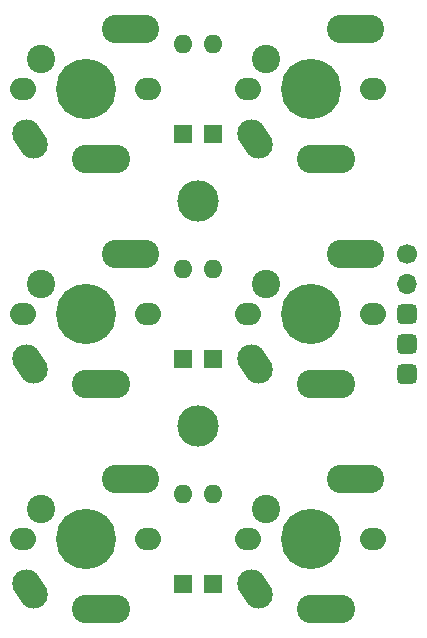
<source format=gts>
G04 #@! TF.GenerationSoftware,KiCad,Pcbnew,7.0.5*
G04 #@! TF.CreationDate,2023-08-14T09:40:10+08:00*
G04 #@! TF.ProjectId,LB,4c422e6b-6963-4616-945f-706362585858,rev?*
G04 #@! TF.SameCoordinates,Original*
G04 #@! TF.FileFunction,Soldermask,Top*
G04 #@! TF.FilePolarity,Negative*
%FSLAX46Y46*%
G04 Gerber Fmt 4.6, Leading zero omitted, Abs format (unit mm)*
G04 Created by KiCad (PCBNEW 7.0.5) date 2023-08-14 09:40:10*
%MOMM*%
%LPD*%
G01*
G04 APERTURE LIST*
G04 Aperture macros list*
%AMRoundRect*
0 Rectangle with rounded corners*
0 $1 Rounding radius*
0 $2 $3 $4 $5 $6 $7 $8 $9 X,Y pos of 4 corners*
0 Add a 4 corners polygon primitive as box body*
4,1,4,$2,$3,$4,$5,$6,$7,$8,$9,$2,$3,0*
0 Add four circle primitives for the rounded corners*
1,1,$1+$1,$2,$3*
1,1,$1+$1,$4,$5*
1,1,$1+$1,$6,$7*
1,1,$1+$1,$8,$9*
0 Add four rect primitives between the rounded corners*
20,1,$1+$1,$2,$3,$4,$5,0*
20,1,$1+$1,$4,$5,$6,$7,0*
20,1,$1+$1,$6,$7,$8,$9,0*
20,1,$1+$1,$8,$9,$2,$3,0*%
%AMHorizOval*
0 Thick line with rounded ends*
0 $1 width*
0 $2 $3 position (X,Y) of the first rounded end (center of the circle)*
0 $4 $5 position (X,Y) of the second rounded end (center of the circle)*
0 Add line between two ends*
20,1,$1,$2,$3,$4,$5,0*
0 Add two circle primitives to create the rounded ends*
1,1,$1,$2,$3*
1,1,$1,$4,$5*%
%AMOutline4P*
0 Free polygon, 4 corners , with rotation*
0 The origin of the aperture is its center*
0 number of corners: always 4*
0 $1 to $8 corner X, Y*
0 $9 Rotation angle, in degrees counterclockwise*
0 create outline with 4 corners*
4,1,4,$1,$2,$3,$4,$5,$6,$7,$8,$1,$2,$9*%
G04 Aperture macros list end*
%ADD10O,2.200000X1.900000*%
%ADD11C,5.100000*%
%ADD12HorizOval,2.400000X-0.305164X0.457575X0.305164X-0.457575X0*%
%ADD13C,2.400000*%
%ADD14Outline4P,-1.300000X-1.200000X1.300000X-1.200000X1.300000X1.200000X-1.300000X1.200000X0.000000*%
%ADD15Outline4P,-1.200000X-1.200000X1.200000X-1.200000X1.200000X1.200000X-1.200000X1.200000X0.000000*%
%ADD16C,3.500000*%
%ADD17C,1.700000*%
%ADD18O,1.700000X1.700000*%
%ADD19RoundRect,0.425000X-0.425000X-0.425000X0.425000X-0.425000X0.425000X0.425000X-0.425000X0.425000X0*%
%ADD20R,1.600000X1.600000*%
%ADD21O,1.600000X1.600000*%
G04 APERTURE END LIST*
D10*
X136810000Y-54430000D03*
D11*
X142110000Y-54430000D03*
D10*
X147410000Y-54430000D03*
D12*
X137410000Y-58680000D03*
D13*
X138300000Y-51890000D03*
X142110000Y-60330000D03*
D14*
X143410000Y-60330000D03*
D13*
X144650000Y-49330000D03*
X144710000Y-60330000D03*
D15*
X145880000Y-49330000D03*
D13*
X147110000Y-49330000D03*
D10*
X117760000Y-54430000D03*
D11*
X123060000Y-54430000D03*
D10*
X128360000Y-54430000D03*
D12*
X118360000Y-58680000D03*
D13*
X119250000Y-51890000D03*
X123060000Y-60330000D03*
D14*
X124360000Y-60330000D03*
D13*
X125600000Y-49330000D03*
X125660000Y-60330000D03*
D15*
X126830000Y-49330000D03*
D13*
X128060000Y-49330000D03*
D16*
X132585000Y-83005000D03*
X132585000Y-63955000D03*
D10*
X117760000Y-92530000D03*
D11*
X123060000Y-92530000D03*
D10*
X128360000Y-92530000D03*
D12*
X118360000Y-96780000D03*
D13*
X119250000Y-89990000D03*
X123060000Y-98430000D03*
D14*
X124360000Y-98430000D03*
D13*
X125600000Y-87430000D03*
X125660000Y-98430000D03*
D15*
X126830000Y-87430000D03*
D13*
X128060000Y-87430000D03*
D10*
X136810000Y-73480000D03*
D11*
X142110000Y-73480000D03*
D10*
X147410000Y-73480000D03*
D12*
X137410000Y-77730000D03*
D13*
X138300000Y-70940000D03*
X142110000Y-79380000D03*
D14*
X143410000Y-79380000D03*
D13*
X144650000Y-68380000D03*
X144710000Y-79380000D03*
D15*
X145880000Y-68380000D03*
D13*
X147110000Y-68380000D03*
D10*
X136810000Y-92530000D03*
D11*
X142110000Y-92530000D03*
D10*
X147410000Y-92530000D03*
D12*
X137410000Y-96780000D03*
D13*
X138300000Y-89990000D03*
X142110000Y-98430000D03*
D14*
X143410000Y-98430000D03*
D13*
X144650000Y-87430000D03*
X144710000Y-98430000D03*
D15*
X145880000Y-87430000D03*
D13*
X147110000Y-87430000D03*
D10*
X117760000Y-73480000D03*
D11*
X123060000Y-73480000D03*
D10*
X128360000Y-73480000D03*
D12*
X118360000Y-77730000D03*
D13*
X119250000Y-70940000D03*
X123060000Y-79380000D03*
D14*
X124360000Y-79380000D03*
D13*
X125600000Y-68380000D03*
X125660000Y-79380000D03*
D15*
X126830000Y-68380000D03*
D13*
X128060000Y-68380000D03*
D17*
X150230000Y-68400000D03*
D18*
X150230000Y-70940000D03*
D19*
X150230000Y-73480000D03*
X150230000Y-76020000D03*
X150230000Y-78560000D03*
D20*
X131315000Y-77280000D03*
D21*
X131315000Y-69680000D03*
D20*
X133855000Y-96330000D03*
D21*
X133855000Y-88730000D03*
D20*
X131315000Y-96330000D03*
D21*
X131315000Y-88730000D03*
D20*
X131315000Y-58230000D03*
D21*
X131315000Y-50630000D03*
D20*
X133855000Y-77280000D03*
D21*
X133855000Y-69680000D03*
D20*
X133855000Y-58230000D03*
D21*
X133855000Y-50630000D03*
M02*

</source>
